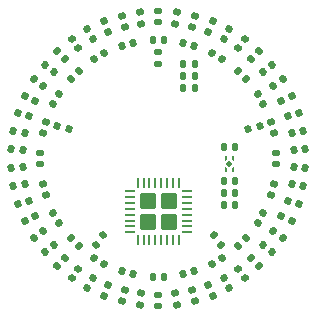
<source format=gbr>
%TF.GenerationSoftware,KiCad,Pcbnew,7.0.8*%
%TF.CreationDate,2023-10-16T01:10:26-04:00*%
%TF.ProjectId,watch,77617463-682e-46b6-9963-61645f706362,rev?*%
%TF.SameCoordinates,Original*%
%TF.FileFunction,Paste,Top*%
%TF.FilePolarity,Positive*%
%FSLAX45Y45*%
G04 Gerber Fmt 4.5, Leading zero omitted, Abs format (unit mm)*
G04 Created by KiCad (PCBNEW 7.0.8) date 2023-10-16 01:10:26*
%MOMM*%
%LPD*%
G01*
G04 APERTURE LIST*
G04 Aperture macros list*
%AMRoundRect*
0 Rectangle with rounded corners*
0 $1 Rounding radius*
0 $2 $3 $4 $5 $6 $7 $8 $9 X,Y pos of 4 corners*
0 Add a 4 corners polygon primitive as box body*
4,1,4,$2,$3,$4,$5,$6,$7,$8,$9,$2,$3,0*
0 Add four circle primitives for the rounded corners*
1,1,$1+$1,$2,$3*
1,1,$1+$1,$4,$5*
1,1,$1+$1,$6,$7*
1,1,$1+$1,$8,$9*
0 Add four rect primitives between the rounded corners*
20,1,$1+$1,$2,$3,$4,$5,0*
20,1,$1+$1,$4,$5,$6,$7,0*
20,1,$1+$1,$6,$7,$8,$9,0*
20,1,$1+$1,$8,$9,$2,$3,0*%
%AMRotRect*
0 Rectangle, with rotation*
0 The origin of the aperture is its center*
0 $1 length*
0 $2 width*
0 $3 Rotation angle, in degrees counterclockwise*
0 Add horizontal line*
21,1,$1,$2,0,0,$3*%
%AMFreePoly0*
4,1,6,0.180000,0.075000,0.000000,-0.105000,-0.220000,-0.105000,-0.220000,0.105000,0.180000,0.105000,0.180000,0.075000,0.180000,0.075000,$1*%
%AMFreePoly1*
4,1,6,0.180000,-0.075000,0.180000,-0.105000,-0.220000,-0.105000,-0.220000,0.105000,0.000000,0.105000,0.180000,-0.075000,0.180000,-0.075000,$1*%
%AMFreePoly2*
4,1,6,0.220000,-0.105000,0.000000,-0.105000,-0.180000,0.075000,-0.180000,0.105000,0.220000,0.105000,0.220000,-0.105000,0.220000,-0.105000,$1*%
%AMFreePoly3*
4,1,6,0.220000,-0.105000,-0.180000,-0.105000,-0.180000,-0.075000,0.000000,0.105000,0.220000,0.105000,0.220000,-0.105000,0.220000,-0.105000,$1*%
G04 Aperture macros list end*
%ADD10FreePoly0,270.000000*%
%ADD11FreePoly1,270.000000*%
%ADD12FreePoly2,270.000000*%
%ADD13FreePoly3,270.000000*%
%ADD14RotRect,0.450000X0.450000X315.000000*%
%ADD15RoundRect,0.250000X0.455000X-0.455000X0.455000X0.455000X-0.455000X0.455000X-0.455000X-0.455000X0*%
%ADD16RoundRect,0.062500X0.062500X-0.375000X0.062500X0.375000X-0.062500X0.375000X-0.062500X-0.375000X0*%
%ADD17RoundRect,0.062500X0.375000X-0.062500X0.375000X0.062500X-0.375000X0.062500X-0.375000X-0.062500X0*%
%ADD18RoundRect,0.147500X0.147500X0.172500X-0.147500X0.172500X-0.147500X-0.172500X0.147500X-0.172500X0*%
%ADD19RoundRect,0.140000X0.140000X0.170000X-0.140000X0.170000X-0.140000X-0.170000X0.140000X-0.170000X0*%
%ADD20RoundRect,0.147500X-0.147500X-0.172500X0.147500X-0.172500X0.147500X0.172500X-0.147500X0.172500X0*%
%ADD21RoundRect,0.147500X-0.187120X-0.128446X0.097828X-0.204798X0.187120X0.128446X-0.097828X0.204798X0*%
%ADD22RoundRect,0.147500X-0.213989X-0.075639X0.041489X-0.223139X0.213989X0.075639X-0.041489X0.223139X0*%
%ADD23RoundRect,0.147500X-0.226274X-0.017678X-0.017678X-0.226274X0.226274X0.017678X0.017678X0.226274X0*%
%ADD24RoundRect,0.147500X-0.223139X0.041489X-0.075639X-0.213989X0.223139X-0.041489X0.075639X0.213989X0*%
%ADD25RoundRect,0.147500X-0.204798X0.097828X-0.128446X-0.187120X0.204798X-0.097828X0.128446X0.187120X0*%
%ADD26RoundRect,0.147500X-0.172500X0.147500X-0.172500X-0.147500X0.172500X-0.147500X0.172500X0.147500X0*%
%ADD27RoundRect,0.147500X-0.128446X0.187120X-0.204798X-0.097828X0.128446X-0.187120X0.204798X0.097828X0*%
%ADD28RoundRect,0.147500X-0.075639X0.213989X-0.223139X-0.041489X0.075639X-0.213989X0.223139X0.041489X0*%
%ADD29RoundRect,0.147500X-0.017678X0.226274X-0.226274X0.017678X0.017678X-0.226274X0.226274X-0.017678X0*%
%ADD30RoundRect,0.147500X0.041489X0.223139X-0.213989X0.075639X-0.041489X-0.223139X0.213989X-0.075639X0*%
%ADD31RoundRect,0.147500X0.097828X0.204798X-0.187120X0.128446X-0.097828X-0.204798X0.187120X-0.128446X0*%
%ADD32RoundRect,0.147500X0.187120X0.128446X-0.097828X0.204798X-0.187120X-0.128446X0.097828X-0.204798X0*%
%ADD33RoundRect,0.147500X0.213989X0.075639X-0.041489X0.223139X-0.213989X-0.075639X0.041489X-0.223139X0*%
%ADD34RoundRect,0.147500X0.226274X0.017678X0.017678X0.226274X-0.226274X-0.017678X-0.017678X-0.226274X0*%
%ADD35RoundRect,0.147500X0.223139X-0.041489X0.075639X0.213989X-0.223139X0.041489X-0.075639X-0.213989X0*%
%ADD36RoundRect,0.147500X0.204798X-0.097828X0.128446X0.187120X-0.204798X0.097828X-0.128446X-0.187120X0*%
%ADD37RoundRect,0.147500X0.172500X-0.147500X0.172500X0.147500X-0.172500X0.147500X-0.172500X-0.147500X0*%
%ADD38RoundRect,0.147500X0.128446X-0.187120X0.204798X0.097828X-0.128446X0.187120X-0.204798X-0.097828X0*%
%ADD39RoundRect,0.147500X0.075639X-0.213989X0.223139X0.041489X-0.075639X0.213989X-0.223139X-0.041489X0*%
%ADD40RoundRect,0.147500X0.017678X-0.226274X0.226274X-0.017678X-0.017678X0.226274X-0.226274X0.017678X0*%
%ADD41RoundRect,0.147500X-0.041489X-0.223139X0.213989X-0.075639X0.041489X0.223139X-0.213989X0.075639X0*%
%ADD42RoundRect,0.147500X-0.097828X-0.204798X0.187120X-0.128446X0.097828X0.204798X-0.187120X0.128446X0*%
%ADD43RoundRect,0.135000X-0.135000X-0.185000X0.135000X-0.185000X0.135000X0.185000X-0.135000X0.185000X0*%
%ADD44RoundRect,0.135000X0.071224X0.217663X-0.185561X0.134228X-0.071224X-0.217663X0.185561X-0.134228X0*%
%ADD45RoundRect,0.135000X0.229019X-0.000477X0.070317X0.217958X-0.229019X0.000477X-0.070317X-0.217958X0*%
%ADD46RoundRect,0.135000X0.070317X-0.217958X0.229019X0.000477X-0.070317X0.217958X-0.229019X-0.000477X0*%
%ADD47RoundRect,0.135000X-0.185561X-0.134228X0.071224X-0.217663X0.185561X0.134228X-0.071224X0.217663X0*%
%ADD48RoundRect,0.135000X-0.185000X0.135000X-0.185000X-0.135000X0.185000X-0.135000X0.185000X0.135000X0*%
%ADD49RoundRect,0.147500X-0.226254X0.017937X-0.052857X-0.220723X0.226254X-0.017937X0.052857X0.220723X0*%
%ADD50RoundRect,0.147500X-0.032108X-0.224681X0.216968X-0.066612X0.032108X0.224681X-0.216968X0.066612X0*%
%ADD51RoundRect,0.147500X-0.060015X-0.218885X0.206909X-0.093280X0.060015X0.218885X-0.206909X0.093280X0*%
%ADD52RoundRect,0.147500X-0.136378X-0.181421X0.158040X-0.162898X0.136378X0.181421X-0.158040X0.162898X0*%
%ADD53RoundRect,0.147500X0.130399X-0.185765X0.203762X0.099967X-0.130399X0.185765X-0.203762X-0.099967X0*%
%ADD54RoundRect,0.147500X-0.106088X0.200644X-0.214685X-0.073641X0.106088X-0.200644X0.214685X0.073641X0*%
%ADD55RoundRect,0.147500X0.136378X0.181421X-0.158040X0.162898X-0.136378X-0.181421X0.158040X-0.162898X0*%
%ADD56RoundRect,0.147500X0.203762X-0.099967X0.130399X0.185765X-0.203762X0.099967X-0.130399X-0.185765X0*%
%ADD57RoundRect,0.147500X0.193586X0.118477X-0.086975X0.209637X-0.193586X-0.118477X0.086975X-0.209637X0*%
%ADD58RoundRect,0.147500X-0.080104X0.212358X-0.222222X-0.046153X0.080104X-0.212358X0.222222X0.046153X0*%
%ADD59RoundRect,0.147500X-0.086975X-0.209637X0.193586X-0.118477X0.086975X0.209637X-0.193586X0.118477X0*%
%ADD60RoundRect,0.147500X0.158040X0.162898X-0.136378X0.181421X-0.158040X-0.162898X0.136378X-0.181421X0*%
%ADD61RoundRect,0.147500X0.152653X-0.167957X0.189626X0.124717X-0.152653X0.167957X-0.189626X-0.124717X0*%
%ADD62RoundRect,0.147500X-0.226718X-0.010562X-0.024776X-0.225607X0.226718X0.010562X0.024776X0.225607X0*%
%ADD63RoundRect,0.147500X0.177211X0.141806X-0.112564X0.197083X-0.177211X-0.141806X0.112564X-0.197083X0*%
%ADD64RoundRect,0.147500X0.112564X0.197083X-0.177211X0.141806X-0.112564X-0.197083X0.177211X-0.141806X0*%
%ADD65RoundRect,0.147500X0.003695X0.226934X-0.223606X0.038893X-0.003695X-0.226934X0.223606X-0.038893X0*%
%ADD66RoundRect,0.147500X-0.189626X0.124717X-0.152653X-0.167957X0.189626X-0.124717X0.152653X0.167957X0*%
%ADD67RoundRect,0.147500X0.222222X-0.046153X0.080104X0.212358X-0.222222X0.046153X-0.080104X-0.212358X0*%
%ADD68RoundRect,0.147500X0.032108X0.224681X-0.216968X0.066612X-0.032108X-0.224681X0.216968X-0.066612X0*%
%ADD69RoundRect,0.147500X-0.112564X-0.197083X0.177211X-0.141806X0.112564X0.197083X-0.177211X0.141806X0*%
%ADD70RoundRect,0.147500X-0.003695X-0.226934X0.223606X-0.038893X0.003695X0.226934X-0.223606X0.038893X0*%
%ADD71RoundRect,0.147500X-0.223606X-0.038893X0.003695X-0.226934X0.223606X0.038893X-0.003695X0.226934X0*%
%ADD72RoundRect,0.147500X-0.177211X-0.141806X0.112564X-0.197083X0.177211X0.141806X-0.112564X0.197083X0*%
%ADD73RoundRect,0.147500X0.223606X0.038893X-0.003695X0.226934X-0.223606X-0.038893X0.003695X-0.226934X0*%
%ADD74RoundRect,0.147500X0.052857X-0.220723X0.226254X0.017937X-0.052857X0.220723X-0.226254X-0.017937X0*%
%ADD75RoundRect,0.147500X-0.052857X0.220723X-0.226254X-0.017937X0.052857X-0.220723X0.226254X0.017937X0*%
%ADD76RoundRect,0.147500X0.214685X-0.073641X0.106088X0.200644X-0.214685X0.073641X-0.106088X-0.200644X0*%
%ADD77RoundRect,0.147500X-0.024776X0.225607X-0.226718X0.010562X0.024776X-0.225607X0.226718X-0.010562X0*%
%ADD78RoundRect,0.147500X0.080104X-0.212358X0.222222X0.046153X-0.080104X0.212358X-0.222222X-0.046153X0*%
%ADD79RoundRect,0.147500X0.060015X0.218885X-0.206909X0.093280X-0.060015X-0.218885X0.206909X-0.093280X0*%
%ADD80RoundRect,0.147500X-0.222222X0.046153X-0.080104X-0.212358X0.222222X-0.046153X0.080104X0.212358X0*%
%ADD81RoundRect,0.147500X-0.214685X0.073641X-0.106088X-0.200644X0.214685X-0.073641X0.106088X0.200644X0*%
%ADD82RoundRect,0.147500X-0.193586X-0.118477X0.086975X-0.209637X0.193586X0.118477X-0.086975X0.209637X0*%
%ADD83RoundRect,0.147500X-0.216968X-0.066612X0.032108X-0.224681X0.216968X0.066612X-0.032108X0.224681X0*%
%ADD84RoundRect,0.147500X-0.158040X-0.162898X0.136378X-0.181421X0.158040X0.162898X-0.136378X0.181421X0*%
%ADD85RoundRect,0.147500X0.086975X0.209637X-0.193586X0.118477X-0.086975X-0.209637X0.193586X-0.118477X0*%
%ADD86RoundRect,0.147500X-0.152653X0.167957X-0.189626X-0.124717X0.152653X-0.167957X0.189626X0.124717X0*%
%ADD87RoundRect,0.147500X0.206909X0.093280X-0.060015X0.218885X-0.206909X-0.093280X0.060015X-0.218885X0*%
%ADD88RoundRect,0.147500X-0.203762X0.099967X-0.130399X-0.185765X0.203762X-0.099967X0.130399X0.185765X0*%
%ADD89RoundRect,0.147500X0.216968X0.066612X-0.032108X0.224681X-0.216968X-0.066612X0.032108X-0.224681X0*%
%ADD90RoundRect,0.147500X-0.130399X0.185765X-0.203762X-0.099967X0.130399X-0.185765X0.203762X0.099967X0*%
%ADD91RoundRect,0.147500X0.226718X0.010562X0.024776X0.225607X-0.226718X-0.010562X-0.024776X-0.225607X0*%
%ADD92RoundRect,0.147500X0.226254X-0.017937X0.052857X0.220723X-0.226254X0.017937X-0.052857X-0.220723X0*%
%ADD93RoundRect,0.147500X0.106088X-0.200644X0.214685X0.073641X-0.106088X0.200644X-0.214685X-0.073641X0*%
%ADD94RoundRect,0.147500X0.024776X-0.225607X0.226718X-0.010562X-0.024776X0.225607X-0.226718X0.010562X0*%
%ADD95RoundRect,0.147500X0.189626X-0.124717X0.152653X0.167957X-0.189626X0.124717X-0.152653X-0.167957X0*%
%ADD96RoundRect,0.147500X-0.206909X-0.093280X0.060015X-0.218885X0.206909X0.093280X-0.060015X0.218885X0*%
G04 APERTURE END LIST*
D10*
%TO.C,U2*%
X634500Y-5000D03*
D11*
X569500Y-5000D03*
D12*
X634500Y-91000D03*
D13*
X569500Y-91000D03*
D14*
X602000Y-48000D03*
%TD*%
D15*
%TO.C,U1*%
X-87500Y-537500D03*
X87500Y-537500D03*
X-87500Y-362500D03*
X87500Y-362500D03*
D16*
X-175000Y-693750D03*
X-125000Y-693750D03*
X-75000Y-693750D03*
X-25000Y-693750D03*
X25000Y-693750D03*
X75000Y-693750D03*
X125000Y-693750D03*
X175000Y-693750D03*
D17*
X243750Y-625000D03*
X243750Y-575000D03*
X243750Y-525000D03*
X243750Y-475000D03*
X243750Y-425000D03*
X243750Y-375000D03*
X243750Y-325000D03*
X243750Y-275000D03*
D16*
X175000Y-206250D03*
X125000Y-206250D03*
X75000Y-206250D03*
X25000Y-206250D03*
X-25000Y-206250D03*
X-75000Y-206250D03*
X-125000Y-206250D03*
X-175000Y-206250D03*
D17*
X-243750Y-275000D03*
X-243750Y-325000D03*
X-243750Y-375000D03*
X-243750Y-425000D03*
X-243750Y-475000D03*
X-243750Y-525000D03*
X-243750Y-575000D03*
X-243750Y-625000D03*
%TD*%
D18*
%TO.C,R9*%
X553500Y-290000D03*
X650500Y-290000D03*
%TD*%
D19*
%TO.C,C1*%
X554000Y-191000D03*
X650000Y-191000D03*
%TD*%
D20*
%TO.C,R10*%
X650500Y-390000D03*
X553500Y-390000D03*
%TD*%
D19*
%TO.C,C2*%
X554000Y95000D03*
X650000Y95000D03*
%TD*%
D21*
%TO.C,D74*%
X211972Y978478D03*
X305666Y953373D03*
%TD*%
D22*
%TO.C,D73*%
X457998Y890275D03*
X542002Y841775D03*
%TD*%
D23*
%TO.C,D72*%
X672812Y741401D03*
X741401Y672812D03*
%TD*%
D24*
%TO.C,D71*%
X841775Y542002D03*
X890275Y457998D03*
%TD*%
D25*
%TO.C,D70*%
X953373Y305666D03*
X978478Y211972D03*
%TD*%
D26*
%TO.C,D69*%
X1000000Y48500D03*
X1000000Y-48500D03*
%TD*%
D27*
%TO.C,D68*%
X978478Y-211972D03*
X953373Y-305666D03*
%TD*%
D28*
%TO.C,D67*%
X890275Y-457998D03*
X841775Y-542002D03*
%TD*%
D29*
%TO.C,D66*%
X741401Y-672812D03*
X672812Y-741401D03*
%TD*%
D30*
%TO.C,D65*%
X542002Y-841775D03*
X457998Y-890275D03*
%TD*%
D31*
%TO.C,D64*%
X305666Y-953373D03*
X211972Y-978478D03*
%TD*%
D18*
%TO.C,D63*%
X48500Y-1000000D03*
X-48500Y-1000000D03*
%TD*%
D32*
%TO.C,D62*%
X-211972Y-978478D03*
X-305666Y-953373D03*
%TD*%
D33*
%TO.C,D61*%
X-457998Y-890275D03*
X-542002Y-841775D03*
%TD*%
D34*
%TO.C,D60*%
X-672812Y-741401D03*
X-741401Y-672812D03*
%TD*%
D35*
%TO.C,D59*%
X-841775Y-542002D03*
X-890275Y-457998D03*
%TD*%
D36*
%TO.C,D58*%
X-953373Y-305666D03*
X-978478Y-211972D03*
%TD*%
D37*
%TO.C,D57*%
X-1000000Y-48500D03*
X-1000000Y48500D03*
%TD*%
D38*
%TO.C,D56*%
X-978478Y211972D03*
X-953373Y305666D03*
%TD*%
D39*
%TO.C,D55*%
X-890275Y457998D03*
X-841775Y542002D03*
%TD*%
D40*
%TO.C,D54*%
X-741401Y672812D03*
X-672812Y741401D03*
%TD*%
D41*
%TO.C,D53*%
X-542002Y841775D03*
X-457998Y890275D03*
%TD*%
D42*
%TO.C,D52*%
X-305666Y953373D03*
X-211972Y978478D03*
%TD*%
D43*
%TO.C,R8*%
X209000Y800000D03*
X311000Y800000D03*
%TD*%
%TO.C,R7*%
X209000Y700000D03*
X311000Y700000D03*
%TD*%
%TO.C,R6*%
X209000Y600000D03*
X311000Y600000D03*
%TD*%
D44*
%TO.C,R5*%
X856902Y278424D03*
X759894Y246904D03*
%TD*%
D45*
%TO.C,R4*%
X529595Y-728924D03*
X469640Y-646405D03*
%TD*%
D46*
%TO.C,R3*%
X-529595Y-728924D03*
X-469640Y-646405D03*
%TD*%
D47*
%TO.C,R2*%
X-856902Y278424D03*
X-759894Y246904D03*
%TD*%
D48*
%TO.C,R1*%
X0Y901000D03*
X0Y799000D03*
%TD*%
D20*
%TO.C,D51*%
X-48500Y1000000D03*
X48500Y1000000D03*
%TD*%
D49*
%TO.C,D31*%
X676835Y-931583D03*
X733850Y-1010058D03*
%TD*%
D50*
%TO.C,D43*%
X972244Y617005D03*
X1054143Y668980D03*
%TD*%
D51*
%TO.C,D42*%
X1041908Y490285D03*
X1129677Y531585D03*
%TD*%
D52*
%TO.C,D39*%
X1149228Y72303D03*
X1246036Y78394D03*
%TD*%
D26*
%TO.C,D26*%
X0Y-1151500D03*
X0Y-1248500D03*
%TD*%
D53*
%TO.C,D49*%
X286366Y1115324D03*
X310489Y1209276D03*
%TD*%
D54*
%TO.C,D23*%
X-423895Y-1070638D03*
X-459603Y-1160826D03*
%TD*%
D55*
%TO.C,D14*%
X-1149228Y-72303D03*
X-1246036Y-78394D03*
%TD*%
D56*
%TO.C,D3*%
X-286366Y1115324D03*
X-310489Y1209276D03*
%TD*%
D57*
%TO.C,D11*%
X-1095142Y355833D03*
X-1187394Y385808D03*
%TD*%
D58*
%TO.C,D22*%
X-554739Y-1009067D03*
X-601470Y-1094069D03*
%TD*%
D59*
%TO.C,D41*%
X1095142Y355833D03*
X1187394Y385808D03*
%TD*%
D60*
%TO.C,D13*%
X-1149228Y72303D03*
X-1246036Y78394D03*
%TD*%
D61*
%TO.C,D50*%
X144321Y1142420D03*
X156479Y1238655D03*
%TD*%
D62*
%TO.C,D32*%
X788256Y-839407D03*
X854657Y-910117D03*
%TD*%
D63*
%TO.C,D12*%
X-1131104Y215770D03*
X-1226386Y233946D03*
%TD*%
D64*
%TO.C,D15*%
X-1131104Y-215770D03*
X-1226386Y-233946D03*
%TD*%
D65*
%TO.C,D19*%
X-887246Y-733994D03*
X-961986Y-795824D03*
%TD*%
D66*
%TO.C,D27*%
X144321Y-1142420D03*
X156479Y-1238655D03*
%TD*%
D67*
%TO.C,D5*%
X-554739Y1009067D03*
X-601470Y1094069D03*
%TD*%
D68*
%TO.C,D18*%
X-972244Y-617005D03*
X-1054143Y-668980D03*
%TD*%
D69*
%TO.C,D40*%
X1131104Y215770D03*
X1226386Y233946D03*
%TD*%
D70*
%TO.C,D44*%
X887246Y733994D03*
X961986Y795824D03*
%TD*%
D71*
%TO.C,D33*%
X887246Y-733994D03*
X961986Y-795824D03*
%TD*%
D72*
%TO.C,D37*%
X1131104Y-215770D03*
X1226386Y-233946D03*
%TD*%
D73*
%TO.C,D8*%
X-887246Y733994D03*
X-961986Y795824D03*
%TD*%
D74*
%TO.C,D46*%
X676835Y931583D03*
X733850Y1010058D03*
%TD*%
D75*
%TO.C,D21*%
X-676835Y-931583D03*
X-733850Y-1010058D03*
%TD*%
D76*
%TO.C,D4*%
X-423895Y1070638D03*
X-459603Y1160826D03*
%TD*%
D77*
%TO.C,D20*%
X-788256Y-839407D03*
X-854657Y-910117D03*
%TD*%
D78*
%TO.C,D47*%
X554739Y1009067D03*
X601470Y1094069D03*
%TD*%
D37*
%TO.C,D1*%
X0Y1151500D03*
X0Y1248500D03*
%TD*%
D79*
%TO.C,D17*%
X-1041908Y-490285D03*
X-1129677Y-531585D03*
%TD*%
D80*
%TO.C,D30*%
X554739Y-1009067D03*
X601470Y-1094069D03*
%TD*%
D81*
%TO.C,D29*%
X423895Y-1070638D03*
X459603Y-1160826D03*
%TD*%
D82*
%TO.C,D36*%
X1095142Y-355833D03*
X1187394Y-385808D03*
%TD*%
D83*
%TO.C,D34*%
X972244Y-617005D03*
X1054143Y-668980D03*
%TD*%
D84*
%TO.C,D38*%
X1149228Y-72303D03*
X1246036Y-78394D03*
%TD*%
D85*
%TO.C,D16*%
X-1095142Y-355833D03*
X-1187394Y-385808D03*
%TD*%
D86*
%TO.C,D25*%
X-144321Y-1142420D03*
X-156479Y-1238655D03*
%TD*%
D87*
%TO.C,D10*%
X-1041908Y490285D03*
X-1129677Y531585D03*
%TD*%
D88*
%TO.C,D28*%
X286366Y-1115324D03*
X310489Y-1209276D03*
%TD*%
D89*
%TO.C,D9*%
X-972244Y617005D03*
X-1054143Y668980D03*
%TD*%
D90*
%TO.C,D24*%
X-286366Y-1115324D03*
X-310489Y-1209276D03*
%TD*%
D91*
%TO.C,D7*%
X-788256Y839407D03*
X-854657Y910117D03*
%TD*%
D92*
%TO.C,D6*%
X-676835Y931583D03*
X-733850Y1010058D03*
%TD*%
D93*
%TO.C,D48*%
X423895Y1070638D03*
X459603Y1160826D03*
%TD*%
D94*
%TO.C,D45*%
X788256Y839407D03*
X854657Y910117D03*
%TD*%
D95*
%TO.C,D2*%
X-144321Y1142420D03*
X-156479Y1238655D03*
%TD*%
D96*
%TO.C,D35*%
X1041908Y-490285D03*
X1129677Y-531585D03*
%TD*%
M02*

</source>
